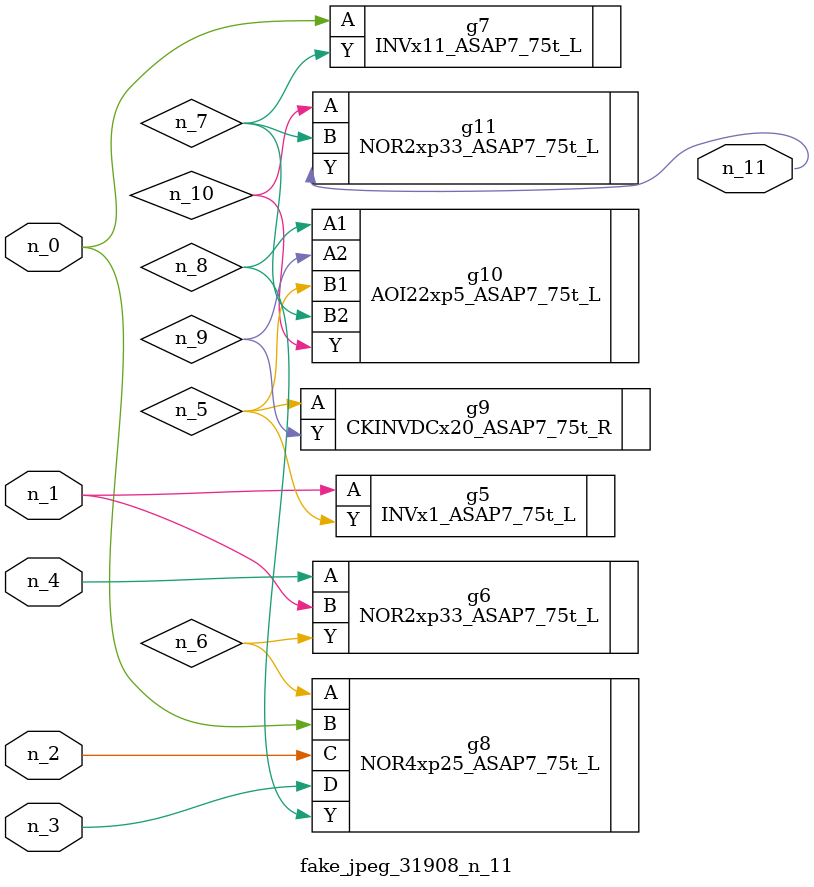
<source format=v>
module fake_jpeg_31908_n_11 (n_3, n_2, n_1, n_0, n_4, n_11);

input n_3;
input n_2;
input n_1;
input n_0;
input n_4;

output n_11;

wire n_10;
wire n_8;
wire n_9;
wire n_6;
wire n_5;
wire n_7;

INVx1_ASAP7_75t_L g5 ( 
.A(n_1),
.Y(n_5)
);

NOR2xp33_ASAP7_75t_L g6 ( 
.A(n_4),
.B(n_1),
.Y(n_6)
);

INVx11_ASAP7_75t_L g7 ( 
.A(n_0),
.Y(n_7)
);

NOR4xp25_ASAP7_75t_L g8 ( 
.A(n_6),
.B(n_0),
.C(n_2),
.D(n_3),
.Y(n_8)
);

AOI22xp5_ASAP7_75t_L g10 ( 
.A1(n_8),
.A2(n_9),
.B1(n_5),
.B2(n_7),
.Y(n_10)
);

CKINVDCx20_ASAP7_75t_R g9 ( 
.A(n_5),
.Y(n_9)
);

NOR2xp33_ASAP7_75t_L g11 ( 
.A(n_10),
.B(n_7),
.Y(n_11)
);


endmodule
</source>
